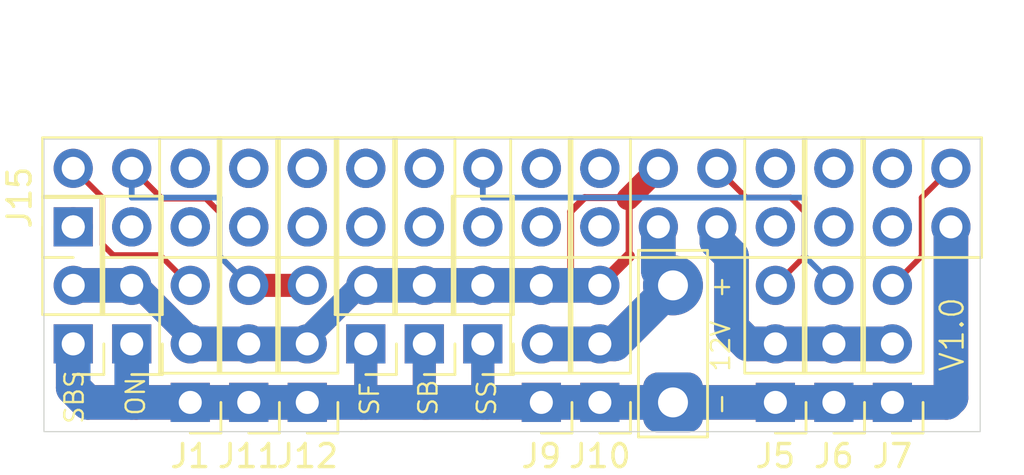
<source format=kicad_pcb>
(kicad_pcb (version 20240108) (generator "pcbnew") (generator_version "8.0")
  (layers (0 "F.Cu" signal) (31 "B.Cu" signal) (34 "B.Paste" user) (35 "F.Paste" user) (36 "B.SilkS" user "B.Silkscreen") (37 "F.SilkS" user "F.Silkscreen") (38 "B.Mask" user) (39 "F.Mask" user) (44 "Edge.Cuts" user))
  (net 0 "")
  (net 1 "P_Audio_BCLK")
  (net 2 "P_Audio_DOUT")
  (net 3 "P_Audio_LRC")
  (net 4 "P_V5")
  (net 5 "GND")
  (net 6 "P_SVO_Steer_SG")
  (net 7 "P_SVO_Front_POS")
  (net 8 "P_SVO_Front_SG")
  (net 9 "P_SVO_Back_SG")
  (net 10 "P_SVO_Back_POS")
  (net 11 "P_M_Front_DIR")
  (net 12 "P_M_Front_FB")
  (net 13 "P_Vmot")
  (net 14 "P_M_Front_PWM")
  (net 15 "P_M_Right_FB")
  (net 16 "P_M_Right_PWM")
  (net 17 "P_M_Right_DIR")
  (net 18 "P_M_Left_DIR")
  (net 19 "P_M_Left_FB")
  (net 20 "P_M_Left_PWM")
  (net 21 "P_V12")
  (net 22 "P_Sig_Front_SG")
  (net 23 "P_Sig_Front_SBUS")
  (net 24 "P_Sig_Back_SBUS")
  (net 25 "P_Sig_Back_SG")
  (net 26 "P_I2C0_SDA")
  (net 27 "P_3V3")
  (net 28 "P_I2C0_SCL")
  (net 29 "P_I2C1_SCL")
  (net 30 "P_I2C1_SDA")
  (net 31 "P_SBUS_IN")
  (net 32 "P_ON_OFF_BATT")
  (footprint "Connector_PinHeader_2.54mm:PinHeader_2x16_P2.54mm_Vertical" (layer "F.Cu") (at 73.66 60.96 90)
    (property "Reference" "J15" (at 1.27 -2.33 90) (layer "F.SilkS"))
    (property "Value" "Conn_02x16_Odd_Even")
    (fp_line (start 3.87 -1.33) (end 3.87 39.43) (stroke (width 0.12)) (layer "F.SilkS"))
    (fp_line (start 1.27 -1.33) (end 3.87 -1.33) (stroke (width 0.12)) (layer "F.SilkS"))
    (fp_line (start -1.33 -1.33) (end 0 -1.33) (stroke (width 0.12)) (layer "F.SilkS"))
    (fp_line (start -1.33 0) (end -1.33 -1.33) (stroke (width 0.12)) (layer "F.SilkS"))
    (fp_line (start 1.27 1.27) (end 1.27 -1.33) (stroke (width 0.12)) (layer "F.SilkS"))
    (fp_line (start -1.33 1.27) (end 1.27 1.27) (stroke (width 0.12)) (layer "F.SilkS"))
    (fp_line (start -1.33 1.27) (end -1.33 39.43) (stroke (width 0.12)) (layer "F.SilkS"))
    (fp_line (start -1.33 39.43) (end 3.87 39.43) (stroke (width 0.12)) (layer "F.SilkS"))
    (pad "1" thru_hole rect (at 0 0 90) (size 1.7 1.7) (drill 1) (layers "*.Cu" "*.Mask") (net 31 "P_SBUS_IN"))
    (pad "2" thru_hole oval (at 2.54 0 90) (size 1.7 1.7) (drill 1) (layers "*.Cu" "*.Mask") (net 2 "P_Audio_DOUT"))
    (pad "3" thru_hole oval (at 0 2.54 90) (size 1.7 1.7) (drill 1) (layers "*.Cu" "*.Mask") (net 32 "P_ON_OFF_BATT"))
    (pad "4" thru_hole oval (at 2.54 2.54 90) (size 1.7 1.7) (drill 1) (layers "*.Cu" "*.Mask") (net 27 "P_3V3"))
    (pad "5" thru_hole oval (at 0 5.08 90) (size 1.7 1.7) (drill 1) (layers "*.Cu" "*.Mask") (net 1 "P_Audio_BCLK"))
    (pad "6" thru_hole oval (at 2.54 5.08 90) (size 1.7 1.7) (drill 1) (layers "*.Cu" "*.Mask") (net 3 "P_Audio_LRC"))
    (pad "7" thru_hole oval (at 0 7.62 90) (size 1.7 1.7) (drill 1) (layers "*.Cu" "*.Mask") (net 28 "P_I2C0_SCL"))
    (pad "8" thru_hole oval (at 2.54 7.62 90) (size 1.7 1.7) (drill 1) (layers "*.Cu" "*.Mask") (net 26 "P_I2C0_SDA"))
    (pad "9" thru_hole oval (at 0 10.16 90) (size 1.7 1.7) (drill 1) (layers "*.Cu" "*.Mask") (net 29 "P_I2C1_SCL"))
    (pad "10" thru_hole oval (at 2.54 10.16 90) (size 1.7 1.7) (drill 1) (layers "*.Cu" "*.Mask") (net 30 "P_I2C1_SDA"))
    (pad "11" thru_hole oval (at 0 12.7 90) (size 1.7 1.7) (drill 1) (layers "*.Cu" "*.Mask") (net 8 "P_SVO_Front_SG"))
    (pad "12" thru_hole oval (at 2.54 12.7 90) (size 1.7 1.7) (drill 1) (layers "*.Cu" "*.Mask") (net 7 "P_SVO_Front_POS"))
    (pad "13" thru_hole oval (at 0 15.24 90) (size 1.7 1.7) (drill 1) (layers "*.Cu" "*.Mask") (net 9 "P_SVO_Back_SG"))
    (pad "14" thru_hole oval (at 2.54 15.24 90) (size 1.7 1.7) (drill 1) (layers "*.Cu" "*.Mask") (net 10 "P_SVO_Back_POS"))
    (pad "15" thru_hole oval (at 0 17.78 90) (size 1.7 1.7) (drill 1) (layers "*.Cu" "*.Mask") (net 6 "P_SVO_Steer_SG"))
    (pad "16" thru_hole oval (at 2.54 17.78 90) (size 1.7 1.7) (drill 1) (layers "*.Cu" "*.Mask") (net 16 "P_M_Right_PWM"))
    (pad "17" thru_hole oval (at 0 20.32 90) (size 1.7 1.7) (drill 1) (layers "*.Cu" "*.Mask") (net 23 "P_Sig_Front_SBUS"))
    (pad "18" thru_hole oval (at 2.54 20.32 90) (size 1.7 1.7) (drill 1) (layers "*.Cu" "*.Mask") (net 22 "P_Sig_Front_SG"))
    (pad "19" thru_hole oval (at 0 22.86 90) (size 1.7 1.7) (drill 1) (layers "*.Cu" "*.Mask") (net 24 "P_Sig_Back_SBUS"))
    (pad "20" thru_hole oval (at 2.54 22.86 90) (size 1.7 1.7) (drill 1) (layers "*.Cu" "*.Mask") (net 25 "P_Sig_Back_SG"))
    (pad "21" thru_hole oval (at 0 25.4 90) (size 1.7 1.7) (drill 1) (layers "*.Cu" "*.Mask") (net 21 "P_V12"))
    (pad "22" thru_hole oval (at 2.54 25.4 90) (size 1.7 1.7) (drill 1) (layers "*.Cu" "*.Mask") (net 4 "P_V5"))
    (pad "23" thru_hole oval (at 0 27.94 90) (size 1.7 1.7) (drill 1) (layers "*.Cu" "*.Mask") (net 13 "P_Vmot"))
    (pad "24" thru_hole oval (at 2.54 27.94 90) (size 1.7 1.7) (drill 1) (layers "*.Cu" "*.Mask") (net 14 "P_M_Front_PWM"))
    (pad "25" thru_hole oval (at 0 30.48 90) (size 1.7 1.7) (drill 1) (layers "*.Cu" "*.Mask") (net 11 "P_M_Front_DIR"))
    (pad "26" thru_hole oval (at 2.54 30.48 90) (size 1.7 1.7) (drill 1) (layers "*.Cu" "*.Mask") (net 12 "P_M_Front_FB"))
    (pad "27" thru_hole oval (at 0 33.02 90) (size 1.7 1.7) (drill 1) (layers "*.Cu" "*.Mask") (net 17 "P_M_Right_DIR"))
    (pad "28" thru_hole oval (at 2.54 33.02 90) (size 1.7 1.7) (drill 1) (layers "*.Cu" "*.Mask") (net 15 "P_M_Right_FB"))
    (pad "29" thru_hole oval (at 0 35.56 90) (size 1.7 1.7) (drill 1) (layers "*.Cu" "*.Mask") (net 18 "P_M_Left_DIR"))
    (pad "30" thru_hole oval (at 2.54 35.56 90) (size 1.7 1.7) (drill 1) (layers "*.Cu" "*.Mask") (net 19 "P_M_Left_FB"))
    (pad "31" thru_hole oval (at 0 38.1 90) (size 1.7 1.7) (drill 1) (layers "*.Cu" "*.Mask") (net 5 "GND"))
    (pad "32" thru_hole oval (at 2.54 38.1 90) (size 1.7 1.7) (drill 1) (layers "*.Cu" "*.Mask") (net 20 "P_M_Left_PWM"))
  )
  (footprint "Connector_PinHeader_2.54mm:PinHeader_1x04_P2.54mm_Vertical" (layer "F.Cu") (at 88.9 66.04 180)
    (property "Reference" "J4" (hide yes))
    (property "Value" "SVO_Back")
    (fp_line (start 1.33 1.27) (end 1.33 8.95) (stroke (width 0.12)) (layer "F.SilkS"))
    (fp_line (start -1.33 8.95) (end 1.33 8.95) (stroke (width 0.12)) (layer "F.SilkS"))
    (fp_line (start -1.33 1.27) (end 1.33 1.27) (stroke (width 0.12)) (layer "F.SilkS"))
    (fp_line (start -1.33 1.27) (end -1.33 8.95) (stroke (width 0.12)) (layer "F.SilkS"))
    (fp_line (start -1.33 0) (end -1.33 -1.33) (stroke (width 0.12)) (layer "F.SilkS"))
    (fp_line (start -1.33 -1.33) (end 0 -1.33) (stroke (width 0.12)) (layer "F.SilkS"))
    (pad "1" thru_hole rect (at 0 0 180) (size 1.7 1.7) (drill 1) (layers "*.Cu" "*.Mask") (net 5 "GND"))
    (pad "2" thru_hole oval (at 0 2.54 180) (size 1.7 1.7) (drill 1) (layers "*.Cu" "*.Mask") (net 4 "P_V5"))
    (pad "3" thru_hole oval (at 0 5.08 180) (size 1.7 1.7) (drill 1) (layers "*.Cu" "*.Mask") (net 9 "P_SVO_Back_SG"))
    (pad "4" thru_hole oval (at 0 7.62 180) (size 1.7 1.7) (drill 1) (layers "*.Cu" "*.Mask") (net 10 "P_SVO_Back_POS"))
  )
  (footprint "TestPoint:TestPoint_2Pads_Pitch5.08mm_Drill1.3mm" (layer "F.Cu") (at 99.695 68.58 90)
    (property "Reference" "J8" (hide yes))
    (property "Value" "PWR_IN")
    (fp_line (start -1.5 -1.5) (end 6.6 -1.5) (stroke (width 0.12)) (layer "F.SilkS"))
    (fp_line (start -1.5 -1.5) (end -1.5 1.5) (stroke (width 0.12)) (layer "F.SilkS"))
    (fp_line (start 6.6 1.5) (end 6.6 -1.5) (stroke (width 0.12)) (layer "F.SilkS"))
    (fp_line (start 6.6 1.5) (end -1.5 1.5) (stroke (width 0.12)) (layer "F.SilkS"))
    (pad "1" thru_hole roundrect (at 0 0 90) (size 2.6 2.6) (drill 1.3) (layers "*.Cu" "*.Mask") (net 5 "GND"))
    (pad "2" thru_hole circle (at 5.08 0 90) (size 2.6 2.6) (drill 1.3) (layers "*.Cu" "*.Mask") (net 21 "P_V12"))
  )
  (footprint "Connector_PinHeader_2.54mm:PinHeader_1x05_P2.54mm_Vertical" (layer "F.Cu") (at 83.82 68.58 180)
    (property "Reference" "J12" (at 0 -2.33 0) (layer "F.SilkS"))
    (property "Value" "I2C1")
    (fp_line (start 1.33 1.27) (end 1.33 11.49) (stroke (width 0.12)) (layer "F.SilkS"))
    (fp_line (start -1.33 11.49) (end 1.33 11.49) (stroke (width 0.12)) (layer "F.SilkS"))
    (fp_line (start -1.33 1.27) (end 1.33 1.27) (stroke (width 0.12)) (layer "F.SilkS"))
    (fp_line (start -1.33 1.27) (end -1.33 11.49) (stroke (width 0.12)) (layer "F.SilkS"))
    (fp_line (start -1.33 0) (end -1.33 -1.33) (stroke (width 0.12)) (layer "F.SilkS"))
    (fp_line (start -1.33 -1.33) (end 0 -1.33) (stroke (width 0.12)) (layer "F.SilkS"))
    (pad "1" thru_hole rect (at 0 0 180) (size 1.7 1.7) (drill 1) (layers "*.Cu" "*.Mask") (net 5 "GND"))
    (pad "2" thru_hole oval (at 0 2.54 180) (size 1.7 1.7) (drill 1) (layers "*.Cu" "*.Mask") (net 4 "P_V5"))
    (pad "3" thru_hole oval (at 0 5.08 180) (size 1.7 1.7) (drill 1) (layers "*.Cu" "*.Mask") (net 27 "P_3V3"))
    (pad "4" thru_hole oval (at 0 7.62 180) (size 1.7 1.7) (drill 1) (layers "*.Cu" "*.Mask") (net 29 "P_I2C1_SCL"))
    (pad "5" thru_hole oval (at 0 10.16 180) (size 1.7 1.7) (drill 1) (layers "*.Cu" "*.Mask") (net 30 "P_I2C1_SDA"))
  )
  (footprint "Connector_PinHeader_2.54mm:PinHeader_1x05_P2.54mm_Vertical" (layer "F.Cu") (at 78.74 68.58 180)
    (property "Reference" "J1" (at 0 -2.33 0) (layer "F.SilkS"))
    (property "Value" "Audio")
    (fp_line (start 1.33 1.27) (end 1.33 11.49) (stroke (width 0.12)) (layer "F.SilkS"))
    (fp_line (start -1.33 11.49) (end 1.33 11.49) (stroke (width 0.12)) (layer "F.SilkS"))
    (fp_line (start -1.33 1.27) (end 1.33 1.27) (stroke (width 0.12)) (layer "F.SilkS"))
    (fp_line (start -1.33 1.27) (end -1.33 11.49) (stroke (width 0.12)) (layer "F.SilkS"))
    (fp_line (start -1.33 0) (end -1.33 -1.33) (stroke (width 0.12)) (layer "F.SilkS"))
    (fp_line (start -1.33 -1.33) (end 0 -1.33) (stroke (width 0.12)) (layer "F.SilkS"))
    (pad "1" thru_hole rect (at 0 0 180) (size 1.7 1.7) (drill 1) (layers "*.Cu" "*.Mask") (net 5 "GND"))
    (pad "2" thru_hole oval (at 0 2.54 180) (size 1.7 1.7) (drill 1) (layers "*.Cu" "*.Mask") (net 4 "P_V5"))
    (pad "3" thru_hole oval (at 0 5.08 180) (size 1.7 1.7) (drill 1) (layers "*.Cu" "*.Mask") (net 2 "P_Audio_DOUT"))
    (pad "4" thru_hole oval (at 0 7.62 180) (size 1.7 1.7) (drill 1) (layers "*.Cu" "*.Mask") (net 1 "P_Audio_BCLK"))
    (pad "5" thru_hole oval (at 0 10.16 180) (size 1.7 1.7) (drill 1) (layers "*.Cu" "*.Mask") (net 3 "P_Audio_LRC"))
  )
  (footprint "Connector_PinHeader_2.54mm:PinHeader_1x04_P2.54mm_Vertical" (layer "F.Cu") (at 86.36 66.04 180)
    (property "Reference" "J3" (hide yes))
    (property "Value" "SVO_Front")
    (fp_line (start 1.33 1.27) (end 1.33 8.95) (stroke (width 0.12)) (layer "F.SilkS"))
    (fp_line (start -1.33 8.95) (end 1.33 8.95) (stroke (width 0.12)) (layer "F.SilkS"))
    (fp_line (start -1.33 1.27) (end 1.33 1.27) (stroke (width 0.12)) (layer "F.SilkS"))
    (fp_line (start -1.33 1.27) (end -1.33 8.95) (stroke (width 0.12)) (layer "F.SilkS"))
    (fp_line (start -1.33 0) (end -1.33 -1.33) (stroke (width 0.12)) (layer "F.SilkS"))
    (fp_line (start -1.33 -1.33) (end 0 -1.33) (stroke (width 0.12)) (layer "F.SilkS"))
    (pad "1" thru_hole rect (at 0 0 180) (size 1.7 1.7) (drill 1) (layers "*.Cu" "*.Mask") (net 5 "GND"))
    (pad "2" thru_hole oval (at 0 2.54 180) (size 1.7 1.7) (drill 1) (layers "*.Cu" "*.Mask") (net 4 "P_V5"))
    (pad "3" thru_hole oval (at 0 5.08 180) (size 1.7 1.7) (drill 1) (layers "*.Cu" "*.Mask") (net 8 "P_SVO_Front_SG"))
    (pad "4" thru_hole oval (at 0 7.62 180) (size 1.7 1.7) (drill 1) (layers "*.Cu" "*.Mask") (net 7 "P_SVO_Front_POS"))
  )
  (footprint "Connector_PinHeader_2.54mm:PinHeader_1x05_P2.54mm_Vertical" (layer "F.Cu") (at 109.22 68.58 180)
    (property "Reference" "J7" (at 0 -2.33 0) (layer "F.SilkS"))
    (property "Value" "M_Left")
    (fp_line (start 1.33 1.27) (end 1.33 11.49) (stroke (width 0.12)) (layer "F.SilkS"))
    (fp_line (start -1.33 11.49) (end 1.33 11.49) (stroke (width 0.12)) (layer "F.SilkS"))
    (fp_line (start -1.33 1.27) (end 1.33 1.27) (stroke (width 0.12)) (layer "F.SilkS"))
    (fp_line (start -1.33 1.27) (end -1.33 11.49) (stroke (width 0.12)) (layer "F.SilkS"))
    (fp_line (start -1.33 0) (end -1.33 -1.33) (stroke (width 0.12)) (layer "F.SilkS"))
    (fp_line (start -1.33 -1.33) (end 0 -1.33) (stroke (width 0.12)) (layer "F.SilkS"))
    (pad "1" thru_hole rect (at 0 0 180) (size 1.7 1.7) (drill 1) (layers "*.Cu" "*.Mask") (net 5 "GND"))
    (pad "2" thru_hole oval (at 0 2.54 180) (size 1.7 1.7) (drill 1) (layers "*.Cu" "*.Mask") (net 13 "P_Vmot"))
    (pad "3" thru_hole oval (at 0 5.08 180) (size 1.7 1.7) (drill 1) (layers "*.Cu" "*.Mask") (net 20 "P_M_Left_PWM"))
    (pad "4" thru_hole oval (at 0 7.62 180) (size 1.7 1.7) (drill 1) (layers "*.Cu" "*.Mask") (net 18 "P_M_Left_DIR"))
    (pad "5" thru_hole oval (at 0 10.16 180) (size 1.7 1.7) (drill 1) (layers "*.Cu" "*.Mask") (net 19 "P_M_Left_FB"))
  )
  (footprint "Connector_PinHeader_2.54mm:PinHeader_1x03_P2.54mm_Vertical" (layer "F.Cu") (at 73.66 66.04 180)
    (property "Reference" "J13" (hide yes))
    (property "Value" "SBUS")
    (fp_line (start 1.33 1.27) (end 1.33 6.41) (stroke (width 0.12)) (layer "F.SilkS"))
    (fp_line (start -1.33 6.41) (end 1.33 6.41) (stroke (width 0.12)) (layer "F.SilkS"))
    (fp_line (start -1.33 1.27) (end 1.33 1.27) (stroke (width 0.12)) (layer "F.SilkS"))
    (fp_line (start -1.33 1.27) (end -1.33 6.41) (stroke (width 0.12)) (layer "F.SilkS"))
    (fp_line (start -1.33 0) (end -1.33 -1.33) (stroke (width 0.12)) (layer "F.SilkS"))
    (fp_line (start -1.33 -1.33) (end 0 -1.33) (stroke (width 0.12)) (layer "F.SilkS"))
    (pad "1" thru_hole rect (at 0 0 180) (size 1.7 1.7) (drill 1) (layers "*.Cu" "*.Mask") (net 5 "GND"))
    (pad "2" thru_hole oval (at 0 2.54 180) (size 1.7 1.7) (drill 1) (layers "*.Cu" "*.Mask") (net 4 "P_V5"))
    (pad "3" thru_hole oval (at 0 5.08 180) (size 1.7 1.7) (drill 1) (layers "*.Cu" "*.Mask") (net 31 "P_SBUS_IN"))
  )
  (footprint "Connector_PinHeader_2.54mm:PinHeader_1x03_P2.54mm_Vertical" (layer "F.Cu") (at 76.2 66.04 180)
    (property "Reference" "J14" (hide yes))
    (property "Value" "ON_OFF_BATT")
    (fp_line (start 1.33 1.27) (end 1.33 6.41) (stroke (width 0.12)) (layer "F.SilkS"))
    (fp_line (start -1.33 6.41) (end 1.33 6.41) (stroke (width 0.12)) (layer "F.SilkS"))
    (fp_line (start -1.33 1.27) (end 1.33 1.27) (stroke (width 0.12)) (layer "F.SilkS"))
    (fp_line (start -1.33 1.27) (end -1.33 6.41) (stroke (width 0.12)) (layer "F.SilkS"))
    (fp_line (start -1.33 0) (end -1.33 -1.33) (stroke (width 0.12)) (layer "F.SilkS"))
    (fp_line (start -1.33 -1.33) (end 0 -1.33) (stroke (width 0.12)) (layer "F.SilkS"))
    (pad "1" thru_hole rect (at 0 0 180) (size 1.7 1.7) (drill 1) (layers "*.Cu" "*.Mask") (net 5 "GND"))
    (pad "2" thru_hole oval (at 0 2.54 180) (size 1.7 1.7) (drill 1) (layers "*.Cu" "*.Mask") (net 4 "P_V5"))
    (pad "3" thru_hole oval (at 0 5.08 180) (size 1.7 1.7) (drill 1) (layers "*.Cu" "*.Mask") (net 32 "P_ON_OFF_BATT"))
  )
  (footprint "Connector_PinHeader_2.54mm:PinHeader_1x05_P2.54mm_Vertical" (layer "F.Cu") (at 81.28 68.58 180)
    (property "Reference" "J11" (at 0 -2.33 0) (layer "F.SilkS"))
    (property "Value" "I2C0")
    (fp_line (start 1.33 1.27) (end 1.33 11.49) (stroke (width 0.12)) (layer "F.SilkS"))
    (fp_line (start -1.33 11.49) (end 1.33 11.49) (stroke (width 0.12)) (layer "F.SilkS"))
    (fp_line (start -1.33 1.27) (end 1.33 1.27) (stroke (width 0.12)) (layer "F.SilkS"))
    (fp_line (start -1.33 1.27) (end -1.33 11.49) (stroke (width 0.12)) (layer "F.SilkS"))
    (fp_line (start -1.33 0) (end -1.33 -1.33) (stroke (width 0.12)) (layer "F.SilkS"))
    (fp_line (start -1.33 -1.33) (end 0 -1.33) (stroke (width 0.12)) (layer "F.SilkS"))
    (pad "1" thru_hole rect (at 0 0 180) (size 1.7 1.7) (drill 1) (layers "*.Cu" "*.Mask") (net 5 "GND"))
    (pad "2" thru_hole oval (at 0 2.54 180) (size 1.7 1.7) (drill 1) (layers "*.Cu" "*.Mask") (net 4 "P_V5"))
    (pad "3" thru_hole oval (at 0 5.08 180) (size 1.7 1.7) (drill 1) (layers "*.Cu" "*.Mask") (net 27 "P_3V3"))
    (pad "4" thru_hole oval (at 0 7.62 180) (size 1.7 1.7) (drill 1) (layers "*.Cu" "*.Mask") (net 28 "P_I2C0_SCL"))
    (pad "5" thru_hole oval (at 0 10.16 180) (size 1.7 1.7) (drill 1) (layers "*.Cu" "*.Mask") (net 26 "P_I2C0_SDA"))
  )
  (footprint "Connector_PinHeader_2.54mm:PinHeader_1x03_P2.54mm_Vertical" (layer "F.Cu") (at 91.44 66.04 180)
    (property "Reference" "J2" (hide yes))
    (property "Value" "SVO_Steer")
    (fp_line (start 1.33 1.27) (end 1.33 6.41) (stroke (width 0.12)) (layer "F.SilkS"))
    (fp_line (start -1.33 6.41) (end 1.33 6.41) (stroke (width 0.12)) (layer "F.SilkS"))
    (fp_line (start -1.33 1.27) (end 1.33 1.27) (stroke (width 0.12)) (layer "F.SilkS"))
    (fp_line (start -1.33 1.27) (end -1.33 6.41) (stroke (width 0.12)) (layer "F.SilkS"))
    (fp_line (start -1.33 0) (end -1.33 -1.33) (stroke (width 0.12)) (layer "F.SilkS"))
    (fp_line (start -1.33 -1.33) (end 0 -1.33) (stroke (width 0.12)) (layer "F.SilkS"))
    (pad "1" thru_hole rect (at 0 0 180) (size 1.7 1.7) (drill 1) (layers "*.Cu" "*.Mask") (net 5 "GND"))
    (pad "2" thru_hole oval (at 0 2.54 180) (size 1.7 1.7) (drill 1) (layers "*.Cu" "*.Mask") (net 4 "P_V5"))
    (pad "3" thru_hole oval (at 0 5.08 180) (size 1.7 1.7) (drill 1) (layers "*.Cu" "*.Mask") (net 6 "P_SVO_Steer_SG"))
  )
  (footprint "Connector_PinHeader_2.54mm:PinHeader_1x05_P2.54mm_Vertical" (layer "F.Cu") (at 93.98 68.58 180)
    (property "Reference" "J9" (at 0 -2.33 0) (layer "F.SilkS"))
    (property "Value" "Sig_Front")
    (fp_line (start 1.33 1.27) (end 1.33 11.49) (stroke (width 0.12)) (layer "F.SilkS"))
    (fp_line (start -1.33 11.49) (end 1.33 11.49) (stroke (width 0.12)) (layer "F.SilkS"))
    (fp_line (start -1.33 1.27) (end 1.33 1.27) (stroke (width 0.12)) (layer "F.SilkS"))
    (fp_line (start -1.33 1.27) (end -1.33 11.49) (stroke (width 0.12)) (layer "F.SilkS"))
    (fp_line (start -1.33 0) (end -1.33 -1.33) (stroke (width 0.12)) (layer "F.SilkS"))
    (fp_line (start -1.33 -1.33) (end 0 -1.33) (stroke (width 0.12)) (layer "F.SilkS"))
    (pad "1" thru_hole rect (at 0 0 180) (size 1.7 1.7) (drill 1) (layers "*.Cu" "*.Mask") (net 5 "GND"))
    (pad "2" thru_hole oval (at 0 2.54 180) (size 1.7 1.7) (drill 1) (layers "*.Cu" "*.Mask") (net 21 "P_V12"))
    (pad "3" thru_hole oval (at 0 5.08 180) (size 1.7 1.7) (drill 1) (layers "*.Cu" "*.Mask") (net 4 "P_V5"))
    (pad "4" thru_hole oval (at 0 7.62 180) (size 1.7 1.7) (drill 1) (layers "*.Cu" "*.Mask") (net 23 "P_Sig_Front_SBUS"))
    (pad "5" thru_hole oval (at 0 10.16 180) (size 1.7 1.7) (drill 1) (layers "*.Cu" "*.Mask") (net 22 "P_Sig_Front_SG"))
  )
  (footprint "Connector_PinHeader_2.54mm:PinHeader_1x05_P2.54mm_Vertical" (layer "F.Cu") (at 106.68 68.58 180)
    (property "Reference" "J6" (at 0 -2.33 0) (layer "F.SilkS"))
    (property "Value" "M_Right")
    (fp_line (start 1.33 1.27) (end 1.33 11.49) (stroke (width 0.12)) (layer "F.SilkS"))
    (fp_line (start -1.33 11.49) (end 1.33 11.49) (stroke (width 0.12)) (layer "F.SilkS"))
    (fp_line (start -1.33 1.27) (end 1.33 1.27) (stroke (width 0.12)) (layer "F.SilkS"))
    (fp_line (start -1.33 1.27) (end -1.33 11.49) (stroke (width 0.12)) (layer "F.SilkS"))
    (fp_line (start -1.33 0) (end -1.33 -1.33) (stroke (width 0.12)) (layer "F.SilkS"))
    (fp_line (start -1.33 -1.33) (end 0 -1.33) (stroke (width 0.12)) (layer "F.SilkS"))
    (pad "1" thru_hole rect (at 0 0 180) (size 1.7 1.7) (drill 1) (layers "*.Cu" "*.Mask") (net 5 "GND"))
    (pad "2" thru_hole oval (at 0 2.54 180) (size 1.7 1.7) (drill 1) (layers "*.Cu" "*.Mask") (net 13 "P_Vmot"))
    (pad "3" thru_hole oval (at 0 5.08 180) (size 1.7 1.7) (drill 1) (layers "*.Cu" "*.Mask") (net 16 "P_M_Right_PWM"))
    (pad "4" thru_hole oval (at 0 7.62 180) (size 1.7 1.7) (drill 1) (layers "*.Cu" "*.Mask") (net 17 "P_M_Right_DIR"))
    (pad "5" thru_hole oval (at 0 10.16 180) (size 1.7 1.7) (drill 1) (layers "*.Cu" "*.Mask") (net 15 "P_M_Right_FB"))
  )
  (footprint "Connector_PinHeader_2.54mm:PinHeader_1x05_P2.54mm_Vertical" (layer "F.Cu") (at 96.52 68.58 180)
    (property "Reference" "J10" (at 0 -2.33 0) (layer "F.SilkS"))
    (property "Value" "Sig_Back")
    (fp_line (start 1.33 1.27) (end 1.33 11.49) (stroke (width 0.12)) (layer "F.SilkS"))
    (fp_line (start -1.33 11.49) (end 1.33 11.49) (stroke (width 0.12)) (layer "F.SilkS"))
    (fp_line (start -1.33 1.27) (end 1.33 1.27) (stroke (width 0.12)) (layer "F.SilkS"))
    (fp_line (start -1.33 1.27) (end -1.33 11.49) (stroke (width 0.12)) (layer "F.SilkS"))
    (fp_line (start -1.33 0) (end -1.33 -1.33) (stroke (width 0.12)) (layer "F.SilkS"))
    (fp_line (start -1.33 -1.33) (end 0 -1.33) (stroke (width 0.12)) (layer "F.SilkS"))
    (pad "1" thru_hole rect (at 0 0 180) (size 1.7 1.7) (drill 1) (layers "*.Cu" "*.Mask") (net 5 "GND"))
    (pad "2" thru_hole oval (at 0 2.54 180) (size 1.7 1.7) (drill 1) (layers "*.Cu" "*.Mask") (net 21 "P_V12"))
    (pad "3" thru_hole oval (at 0 5.08 180) (size 1.7 1.7) (drill 1) (layers "*.Cu" "*.Mask") (net 4 "P_V5"))
    (pad "4" thru_hole oval (at 0 7.62 180) (size 1.7 1.7) (drill 1) (layers "*.Cu" "*.Mask") (net 24 "P_Sig_Back_SBUS"))
    (pad "5" thru_hole oval (at 0 10.16 180) (size 1.7 1.7) (drill 1) (layers "*.Cu" "*.Mask") (net 25 "P_Sig_Back_SG"))
  )
  (footprint "Connector_PinHeader_2.54mm:PinHeader_1x05_P2.54mm_Vertical" (layer "F.Cu") (at 104.14 68.58 180)
    (property "Reference" "J5" (at 0 -2.33 0) (layer "F.SilkS"))
    (property "Value" "M_Front")
    (fp_line (start 1.33 1.27) (end 1.33 11.49) (stroke (width 0.12)) (layer "F.SilkS"))
    (fp_line (start -1.33 11.49) (end 1.33 11.49) (stroke (width 0.12)) (layer "F.SilkS"))
    (fp_line (start -1.33 1.27) (end 1.33 1.27) (stroke (width 0.12)) (layer "F.SilkS"))
    (fp_line (start -1.33 1.27) (end -1.33 11.49) (stroke (width 0.12)) (layer "F.SilkS"))
    (fp_line (start -1.33 0) (end -1.33 -1.33) (stroke (width 0.12)) (layer "F.SilkS"))
    (fp_line (start -1.33 -1.33) (end 0 -1.33) (stroke (width 0.12)) (layer "F.SilkS"))
    (pad "1" thru_hole rect (at 0 0 180) (size 1.7 1.7) (drill 1) (layers "*.Cu" "*.Mask") (net 5 "GND"))
    (pad "2" thru_hole oval (at 0 2.54 180) (size 1.7 1.7) (drill 1) (layers "*.Cu" "*.Mask") (net 13 "P_Vmot"))
    (pad "3" thru_hole oval (at 0 5.08 180) (size 1.7 1.7) (drill 1) (layers "*.Cu" "*.Mask") (net 14 "P_M_Front_PWM"))
    (pad "4" thru_hole oval (at 0 7.62 180) (size 1.7 1.7) (drill 1) (layers "*.Cu" "*.Mask") (net 11 "P_M_Front_DIR"))
    (pad "5" thru_hole oval (at 0 10.16 180) (size 1.7 1.7) (drill 1) (layers "*.Cu" "*.Mask") (net 12 "P_M_Front_FB"))
  )
  (gr_rect (start 72.39 57.15) (end 113.03 69.85) (stroke (width 0.05)) (fill none) (layer "Edge.Cuts"))
  (gr_text "V1.0\n" (at 112.395 67.31 90) (layer "F.SilkS") (effects (font (size 1 1) (thickness 0.1)) (justify left bottom)))
  (gr_text "SS\n" (at 92.075 69.215 90) (layer "F.SilkS") (effects (font (size 0.8 0.8) (thickness 0.1)) (justify left bottom)))
  (gr_text "SB\n" (at 89.535 69.215 90) (layer "F.SilkS") (effects (font (size 0.8 0.8) (thickness 0.1)) (justify left bottom)))
  (gr_text "SBS\n" (at 74.175836 69.582151 90) (layer "F.SilkS") (effects (font (size 0.8 0.8) (thickness 0.1)) (justify left bottom)))
  (gr_text "+" (at 102.235 64.135 90) (layer "F.SilkS") (effects (font (size 0.8 0.8) (thickness 0.1)) (justify left bottom)))
  (gr_text "-\n" (at 102.235 69.215 90) (layer "F.SilkS") (effects (font (size 0.8 0.8) (thickness 0.1)) (justify left bottom)))
  (gr_text "12V\n" (at 102.235 67.31 90) (layer "F.SilkS") (effects (font (size 0.8 0.8) (thickness 0.1)) (justify left bottom)))
  (gr_text "ON\n" (at 76.835 69.215 90) (layer "F.SilkS") (effects (font (size 0.8 0.8) (thickness 0.1)) (justify left bottom)))
  (gr_text "SF\n" (at 86.995 69.215 90) (layer "F.SilkS") (effects (font (size 0.8 0.8) (thickness 0.1)) (justify left bottom)))
  (segment (start 78.74 63.5) (end 77.425 62.185) (width 0.25) (layer "F.Cu") (net 2))
  (segment (start 77.425 62.185) (end 75.393 62.185) (width 0.25) (layer "F.Cu") (net 2))
  (segment (start 74.93 59.69) (end 73.66 58.42) (width 0.25) (layer "F.Cu") (net 2))
  (segment (start 75.393 62.185) (end 74.93 61.722) (width 0.25) (layer "F.Cu") (net 2))
  (segment (start 74.93 61.722) (end 74.93 59.69) (width 0.25) (layer "F.Cu") (net 2))
  (segment (start 95.25 60.2996) (end 95.8596 59.69) (width 0.3) (layer "F.Cu") (net 4))
  (segment (start 95.8596 59.69) (end 97.7 59.69) (width 0.3) (layer "F.Cu") (net 4))
  (segment (start 83.82 65.786) (end 86.106 63.5) (width 1) (layer "F.Cu") (net 4))
  (segment (start 76.2 63.5) (end 76.454 63.5) (width 1) (layer "F.Cu") (net 4))
  (segment (start 86.106 63.5) (end 86.36 63.5) (width 1) (layer "F.Cu") (net 4))
  (segment (start 76.454 63.5) (end 78.74 65.786) (width 1) (layer "F.Cu") (net 4))
  (segment (start 97.7 59.69) (end 97.745 59.735) (width 0.3) (layer "F.Cu") (net 4))
  (segment (start 97.745 59.735) (end 97.79 59.78) (width 0.3) (layer "F.Cu") (net 4))
  (segment (start 97.79 62.23) (end 97.5106 62.5094) (width 0.5) (layer "F.Cu") (net 4))
  (segment (start 88.9 63.5) (end 91.44 63.5) (width 1.5) (layer "F.Cu") (net 4))
  (segment (start 78.74 65.63) (end 78.74 66.04) (width 0.75) (layer "F.Cu") (net 4))
  (segment (start 78.74 66.04) (end 81.28 66.04) (width 1.5) (layer "F.Cu") (net 4))
  (segment (start 91.44 63.5) (end 93.98 63.5) (width 1.5) (layer "F.Cu") (net 4))
  (segment (start 73.66 63.5) (end 76.2 63.5) (width 1.5) (layer "F.Cu") (net 4))
  (segment (start 99.06 58.42) (end 97.745 59.735) (width 1) (layer "F.Cu") (net 4))
  (segment (start 86.36 63.5) (end 88.9 63.5) (width 1.5) (layer "F.Cu") (net 4))
  (segment (start 97.5106 62.5094) (end 96.52 63.5) (width 0.5) (layer "F.Cu") (net 4))
  (segment (start 78.74 65.786) (end 78.74 66.04) (width 1) (layer "F.Cu") (net 4))
  (segment (start 85.95 63.5) (end 86.36 63.5) (width 0.75) (layer "F.Cu") (net 4))
  (segment (start 81.28 66.04) (end 83.82 66.04) (width 1.5) (layer "F.Cu") (net 4))
  (segment (start 93.98 63.5) (end 96.52 63.5) (width 1.5) (layer "F.Cu") (net 4))
  (segment (start 97.79 59.78) (end 97.79 62.23) (width 0.3) (layer "F.Cu") (net 4))
  (segment (start 95.25 63.5) (end 95.25 60.2996) (width 0.3) (layer "F.Cu") (net 4))
  (segment (start 83.82 66.04) (end 83.82 65.786) (width 1) (layer "F.Cu") (net 4))
  (segment (start 83.82 66.04) (end 83.82 65.786) (width 1) (layer "B.Cu") (net 4))
  (segment (start 78.74 66.04) (end 81.28 66.04) (width 1.5) (layer "B.Cu") (net 4))
  (segment (start 76.454 63.5) (end 78.74 65.786) (width 1) (layer "B.Cu") (net 4))
  (segment (start 73.66 63.5) (end 76.2 63.5) (width 1.5) (layer "B.Cu") (net 4))
  (segment (start 86.106 63.5) (end 86.36 63.5) (width 1) (layer "B.Cu") (net 4))
  (segment (start 93.98 63.5) (end 96.52 63.5) (width 1.5) (layer "B.Cu") (net 4))
  (segment (start 88.9 63.5) (end 91.44 63.5) (width 1.5) (layer "B.Cu") (net 4))
  (segment (start 76.2 63.5) (end 76.454 63.5) (width 1) (layer "B.Cu") (net 4))
  (segment (start 86.36 63.5) (end 88.9 63.5) (width 1.5) (layer "B.Cu") (net 4))
  (segment (start 91.44 63.5) (end 93.98 63.5) (width 1.5) (layer "B.Cu") (net 4))
  (segment (start 78.74 65.786) (end 78.74 66.04) (width 1) (layer "B.Cu") (net 4))
  (segment (start 81.28 66.04) (end 83.82 66.04) (width 1.5) (layer "B.Cu") (net 4))
  (segment (start 83.82 65.786) (end 86.106 63.5) (width 1) (layer "B.Cu") (net 4))
  (segment (start 78.74 65.63) (end 78.74 66.04) (width 0.75) (layer "B.Cu") (net 4))
  (segment (start 76.39 68.58) (end 74.295 68.58) (width 1.5) (layer "F.Cu") (net 5))
  (segment (start 106.68 68.58) (end 109.22 68.58) (width 1.5) (layer "F.Cu") (net 5))
  (segment (start 88.9 68.58) (end 91.63 68.58) (width 1.5) (layer "F.Cu") (net 5))
  (segment (start 111.76 68.39) (end 111.76 60.96) (width 1.5) (layer "F.Cu") (net 5))
  (segment (start 76.2 68.39) (end 76.39 68.58) (width 1.5) (layer "F.Cu") (net 5))
  (segment (start 109.22 68.58) (end 111.57 68.58) (width 1.5) (layer "F.Cu") (net 5))
  (segment (start 111.57 68.58) (end 111.76 68.39) (width 1.5) (layer "F.Cu") (net 5))
  (segment (start 93.98 68.58) (end 96.52 68.58) (width 1.5) (layer "F.Cu") (net 5))
  (segment (start 96.52 68.58) (end 99.695 68.58) (width 1.5) (layer "F.Cu") (net 5))
  (segment (start 86.36 66.04) (end 86.36 68.39) (width 1) (layer "F.Cu") (net 5))
  (segment (start 76.39 68.58) (end 78.74 68.58) (width 1.5) (layer "F.Cu") (net 5))
  (segment (start 91.63 68.58) (end 93.98 68.58) (width 1.5) (layer "F.Cu") (net 5))
  (segment (start 76.2 66.04) (end 76.2 68.39) (width 1.5) (layer "F.Cu") (net 5))
  (segment (start 83.82 68.58) (end 86.17 68.58) (width 1.5) (layer "F.Cu") (net 5))
  (segment (start 88.9 66.04) (end 88.9 68.58) (width 1) (layer "F.Cu") (net 5))
  (segment (start 91.44 68.39) (end 91.63 68.58) (width 1) (layer "F.Cu") (net 5))
  (segment (start 81.28 68.58) (end 83.82 68.58) (width 1.5) (layer "F.Cu") (net 5))
  (segment (start 86.36 68.39) (end 86.17 68.58) (width 1) (layer "F.Cu") (net 5))
  (segment (start 73.66 66.04) (end 73.66 67.945) (width 1.5) (layer "F.Cu") (net 5))
  (segment (start 78.74 68.58) (end 81.28 68.58) (width 1.5) (layer "F.Cu") (net 5))
  (segment (start 99.695 68.58) (end 104.14 68.58) (width 1.5) (layer "F.Cu") (net 5))
  (segment (start 104.14 68.58) (end 106.68 68.58) (width 1.5) (layer "F.Cu") (net 5))
  (segment (start 91.44 66.04) (end 91.44 68.39) (width 1) (layer "F.Cu") (net 5))
  (segment (start 86.17 68.58) (end 88.9 68.58) (width 1.5) (layer "F.Cu") (net 5))
  (segment (start 74.295 68.58) (end 73.66 67.945) (width 1.5) (layer "F.Cu") (net 5))
  (segment (start 81.28 68.58) (end 83.82 68.58) (width 1.5) (layer "B.Cu") (net 5))
  (segment (start 96.52 68.58) (end 99.695 68.58) (width 1.5) (layer "B.Cu") (net 5))
  (segment (start 111.76 68.39) (end 111.76 60.96) (width 1.5) (layer "B.Cu") (net 5))
  (segment (start 88.9 66.04) (end 88.9 68.453) (width 1) (layer "B.Cu") (net 5))
  (segment (start 78.74 68.58) (end 76.2 68.58) (width 1.5) (layer "B.Cu") (net 5))
  (segment (start 73.66 67.945) (end 73.66 66.04) (width 1.5) (layer "B.Cu") (net 5))
  (segment (start 86.36 66.04) (end 86.36 68.58) (width 1) (layer "B.Cu") (net 5))
  (segment (start 76.2 66.04) (end 76.2 68.58) (width 1.5) (layer "B.Cu") (net 5))
  (segment (start 86.36 68.58) (end 89.027 68.58) (width 1.5) (layer "B.Cu") (net 5))
  (segment (start 88.9 68.453) (end 89.027 68.58) (width 1) (layer "B.Cu") (net 5))
  (segment (start 111.57 68.58) (end 111.76 68.39) (width 1.5) (layer "B.Cu") (net 5))
  (segment (start 89.027 68.58) (end 91.44 68.58) (width 1.5) (layer "B.Cu") (net 5))
  (segment (start 93.98 68.58) (end 96.52 68.58) (width 1.5) (layer "B.Cu") (net 5))
  (segment (start 83.82 68.58) (end 86.36 68.58) (width 1.5) (layer "B.Cu") (net 5))
  (segment (start 106.68 68.58) (end 109.22 68.58) (width 1.5) (layer "B.Cu") (net 5))
  (segment (start 91.44 68.58) (end 93.98 68.58) (width 1.5) (layer "B.Cu") (net 5))
  (segment (start 78.74 68.58) (end 81.28 68.58) (width 1.5) (layer "B.Cu") (net 5))
  (segment (start 99.695 68.58) (end 104.14 68.58) (width 1.5) (layer "B.Cu") (net 5))
  (segment (start 74.295 68.58) (end 73.66 67.945) (width 1.5) (layer "B.Cu") (net 5))
  (segment (start 104.14 68.58) (end 106.68 68.58) (width 1.5) (layer "B.Cu") (net 5))
  (segment (start 109.22 68.58) (end 111.57 68.58) (width 1.5) (layer "B.Cu") (net 5))
  (segment (start 76.2 68.58) (end 74.295 68.58) (width 1.5) (layer "B.Cu") (net 5))
  (segment (start 91.44 66.04) (end 91.44 68.58) (width 1) (layer "B.Cu") (net 5))
  (segment (start 102.235 62.23) (end 102.235 65.337081) (width 1.5) (layer "F.Cu") (net 13))
  (segment (start 106.68 66.04) (end 109.22 66.04) (width 1.5) (layer "F.Cu") (net 13))
  (segment (start 102.235 65.337081) (end 102.937919 66.04) (width 1.5) (layer "F.Cu") (net 13))
  (segment (start 101.6 61.595) (end 102.235 62.23) (width 1.5) (layer "F.Cu") (net 13))
  (segment (start 101.6 60.96) (end 101.6 61.595) (width 1.5) (layer "F.Cu") (net 13))
  (segment (start 102.937919 66.04) (end 104.14 66.04) (width 1.5) (layer "F.Cu") (net 13))
  (segment (start 104.14 66.04) (end 106.68 66.04) (width 1.5) (layer "F.Cu") (net 13))
  (segment (start 102.235 62.23) (end 101.6 61.595) (width 1.5) (layer "B.Cu") (net 13))
  (segment (start 106.68 66.04) (end 104.14 66.04) (width 1.5) (layer "B.Cu") (net 13))
  (segment (start 101.6 61.595) (end 101.6 60.96) (width 1.5) (layer "B.Cu") (net 13))
  (segment (start 102.235 65.337081) (end 102.235 62.23) (width 1.5) (layer "B.Cu") (net 13))
  (segment (start 102.937919 66.04) (end 102.235 65.337081) (width 1.5) (layer "B.Cu") (net 13))
  (segment (start 104.14 66.04) (end 102.937919 66.04) (width 1.5) (layer "B.Cu") (net 13))
  (segment (start 109.22 66.04) (end 106.68 66.04) (width 1.5) (layer "B.Cu") (net 13))
  (segment (start 101.6 58.42) (end 102.87 59.69) (width 0.25) (layer "F.Cu") (net 14))
  (segment (start 105.41 60.2996) (end 105.41 62.23) (width 0.25) (layer "F.Cu") (net 14))
  (segment (start 105.41 62.23) (end 104.14 63.5) (width 0.25) (layer "F.Cu") (net 14))
  (segment (start 102.87 59.69) (end 104.8004 59.69) (width 0.25) (layer "F.Cu") (net 14))
  (segment (start 104.8004 59.69) (end 105.41 60.2996) (width 0.25) (layer "F.Cu") (net 14))
  (segment (start 91.44 59.69) (end 105.41 59.69) (width 0.25) (layer "B.Cu") (net 16))
  (segment (start 105.41 62.23) (end 106.68 63.5) (width 0.25) (layer "B.Cu") (net 16))
  (segment (start 105.41 59.69) (end 105.41 62.23) (width 0.25) (layer "B.Cu") (net 16))
  (segment (start 91.44 58.42) (end 91.44 59.69) (width 0.25) (layer "B.Cu") (net 16))
  (segment (start 110.49 62.23) (end 109.22 63.5) (width 0.25) (layer "F.Cu") (net 20))
  (segment (start 111.76 58.42) (end 110.49 59.69) (width 0.25) (layer "F.Cu") (net 20))
  (segment (start 110.49 59.69) (end 110.49 62.23) (width 0.25) (layer "F.Cu") (net 20))
  (segment (start 99.06 62.865) (end 99.695 63.5) (width 1.5) (layer "F.Cu") (net 21))
  (segment (start 99.06 60.96) (end 99.06 62.865) (width 1.5) (layer "F.Cu") (net 21))
  (segment (start 96.52 66.04) (end 97.155 66.04) (width 1.5) (layer "F.Cu") (net 21))
  (segment (start 93.98 66.04) (end 96.52 66.04) (width 1.5) (layer "F.Cu") (net 21))
  (segment (start 97.155 66.04) (end 99.695 63.5) (width 1.5) (layer "F.Cu") (net 21))
  (segment (start 99.06 60.96) (end 99.06 62.865) (width 1.5) (layer "B.Cu") (net 21))
  (segment (start 96.52 66.04) (end 97.155 66.04) (width 1.5) (layer "B.Cu") (net 21))
  (segment (start 93.98 66.04) (end 96.52 66.04) (width 1.5) (layer "B.Cu") (net 21))
  (segment (start 97.155 66.04) (end 99.695 63.5) (width 1.5) (layer "B.Cu") (net 21))
  (segment (start 99.06 62.865) (end 99.695 63.5) (width 1.5) (layer "B.Cu") (net 21))
  (segment (start 81.28 63.5) (end 83.82 63.5) (width 1) (layer "F.Cu") (net 27))
  (segment (start 80.01 62.23) (end 81.28 63.5) (width 0.25) (layer "F.Cu") (net 27))
  (segment (start 79.42 59.735) (end 80.01 60.325) (width 0.25) (layer "F.Cu") (net 27))
  (segment (start 80.01 60.325) (end 80.01 62.23) (width 0.25) (layer "F.Cu") (net 27))
  (segment (start 76.2 58.42) (end 77.515 59.735) (width 0.25) (layer "F.Cu") (net 27))
  (segment (start 77.515 59.735) (end 79.42 59.735) (width 0.25) (layer "F.Cu") (net 27))
  (segment (start 80.01 59.69) (end 80.01 62.23) (width 0.25) (layer "B.Cu") (net 27))
  (segment (start 76.2 59.69) (end 80.01 59.69) (width 0.25) (layer "B.Cu") (net 27))
  (segment (start 76.2 58.42) (end 76.2 59.69) (width 0.25) (layer "B.Cu") (net 27))
  (segment (start 80.01 62.23) (end 81.28 63.5) (width 0.25) (layer "B.Cu") (net 27))
)
</source>
